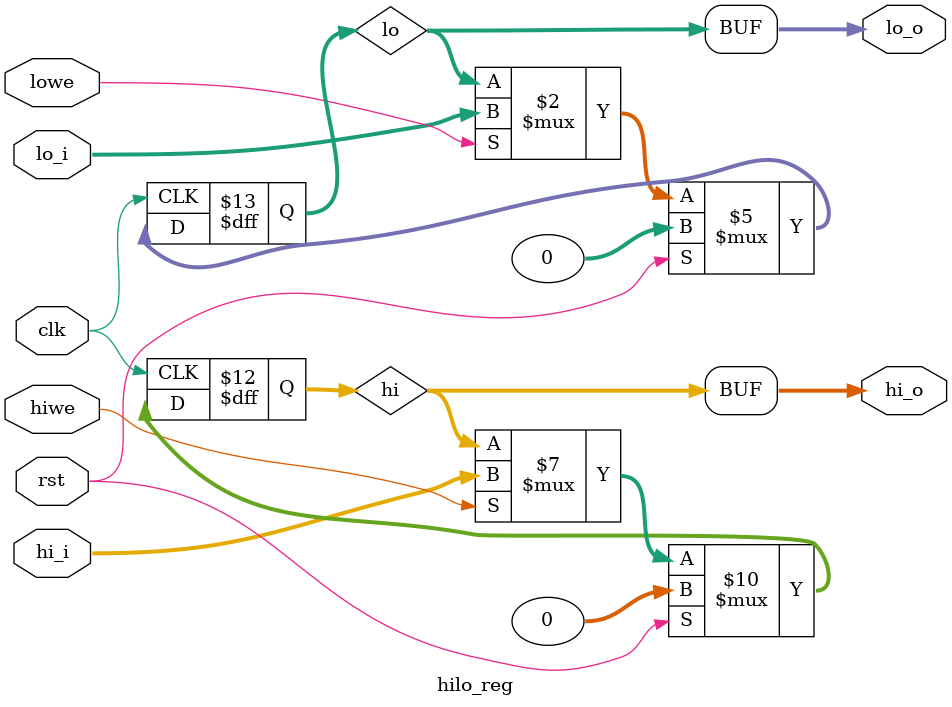
<source format=v>
`timescale 1ns / 1ps


module hilo_reg(
	input  wire clk,rst,hiwe,lowe,
	input  wire [31:0] hi_i,lo_i,
	output wire [31:0] hi_o,lo_o
    );
	
	reg [31:0] hi, lo;
	always @(negedge clk) begin
		if(rst) begin
			hi <= 0;
			lo <= 0;
		end else begin
			if (hiwe) hi <= hi_i;
			else ;
			if (lowe) lo <= lo_i;
			else ;
		end 
	end

	assign hi_o = hi;
	assign lo_o = lo;
endmodule

</source>
